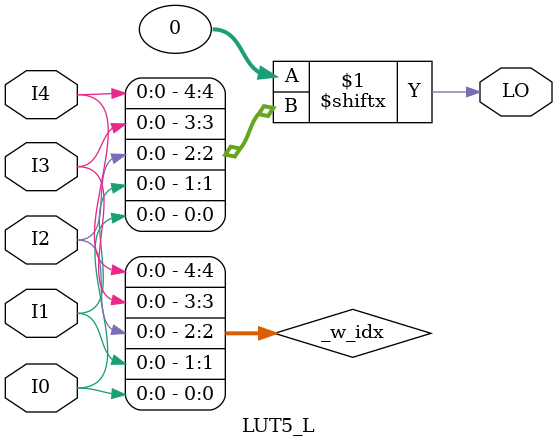
<source format=v>
`ifdef verilator3
`else
`timescale 1 ps / 1 ps
`endif

/* verilator coverage_off */
/* verilator tracing_off */
module LUT5_L
#(
    parameter [31:0] INIT = 32'h00000000
)
(
    input  wire I0, I1, I2, I3, I4,
    output wire LO
);
    wire [4:0] _w_idx = { I4, I3, I2, I1, I0 };
    
    assign LO = INIT[_w_idx];

endmodule
/* verilator coverage_on */

</source>
